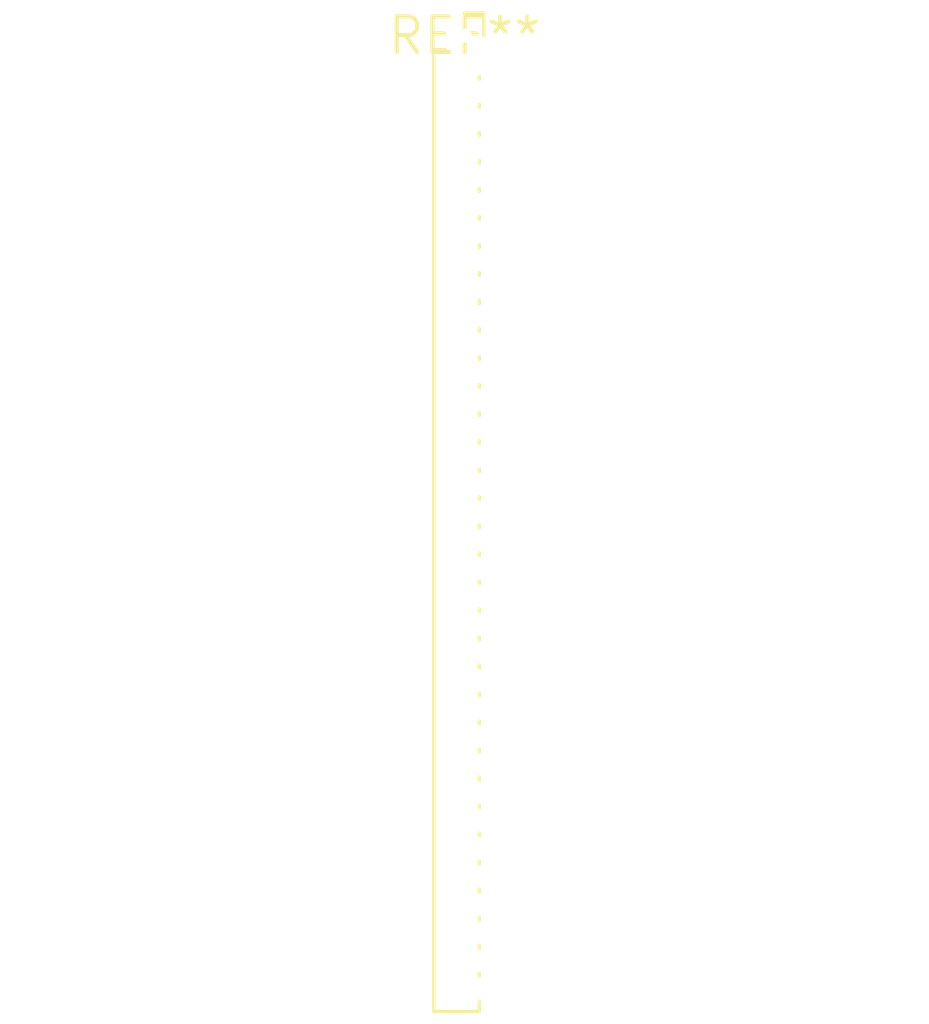
<source format=kicad_pcb>
(kicad_pcb (version 20240108) (generator pcbnew)
  (layers (0 "F.Cu" signal) (31 "B.Cu" signal) (34 "B.Paste" user) (35 "F.Paste" user) (36 "B.SilkS" user "B.Silkscreen") (37 "F.SilkS" user "F.Silkscreen") (38 "B.Mask" user) (39 "F.Mask" user) (44 "Edge.Cuts" user))
  (net 0 "")
  (footprint "PinSocket_1x35_P1.00mm_Vertical" (layer "F.Cu") (at 0 0)
    (property "Reference" "REF**")
    (property "Value" "PinSocket_1x35_P1.00mm_Vertical")
    (fp_line (start -1.1 0.5) (end -1.1 34.81) (layer "F.SilkS") (stroke (width 0.12)))
    (fp_line (start -1.1 0.5) (end -0.685 0.5) (layer "F.SilkS") (stroke (width 0.12)))
    (fp_line (start -1.1 34.81) (end 0.52 34.81) (layer "F.SilkS") (stroke (width 0.12)))
    (fp_line (start 0 -0.81) (end 0.685 -0.81) (layer "F.SilkS") (stroke (width 0.12)))
    (fp_line (start 0.52 1.445898) (end 0.52 1.554102) (layer "F.SilkS") (stroke (width 0.12)))
    (fp_line (start 0.52 2.445898) (end 0.52 2.554102) (layer "F.SilkS") (stroke (width 0.12)))
    (fp_line (start 0.52 3.445898) (end 0.52 3.554102) (layer "F.SilkS") (stroke (width 0.12)))
    (fp_line (start 0.52 4.445898) (end 0.52 4.554102) (layer "F.SilkS") (stroke (width 0.12)))
    (fp_line (start 0.52 5.445898) (end 0.52 5.554102) (layer "F.SilkS") (stroke (width 0.12)))
    (fp_line (start 0.52 6.445898) (end 0.52 6.554102) (layer "F.SilkS") (stroke (width 0.12)))
    (fp_line (start 0.52 7.445898) (end 0.52 7.554102) (layer "F.SilkS") (stroke (width 0.12)))
    (fp_line (start 0.52 8.445898) (end 0.52 8.554102) (layer "F.SilkS") (stroke (width 0.12)))
    (fp_line (start 0.52 9.445898) (end 0.52 9.554102) (layer "F.SilkS") (stroke (width 0.12)))
    (fp_line (start 0.52 10.445898) (end 0.52 10.554102) (layer "F.SilkS") (stroke (width 0.12)))
    (fp_line (start 0.52 11.445898) (end 0.52 11.554102) (layer "F.SilkS") (stroke (width 0.12)))
    (fp_line (start 0.52 12.445898) (end 0.52 12.554102) (layer "F.SilkS") (stroke (width 0.12)))
    (fp_line (start 0.52 13.445898) (end 0.52 13.554102) (layer "F.SilkS") (stroke (width 0.12)))
    (fp_line (start 0.52 14.445898) (end 0.52 14.554102) (layer "F.SilkS") (stroke (width 0.12)))
    (fp_line (start 0.52 15.445898) (end 0.52 15.554102) (layer "F.SilkS") (stroke (width 0.12)))
    (fp_line (start 0.52 16.445898) (end 0.52 16.554102) (layer "F.SilkS") (stroke (width 0.12)))
    (fp_line (start 0.52 17.445898) (end 0.52 17.554102) (layer "F.SilkS") (stroke (width 0.12)))
    (fp_line (start 0.52 18.445898) (end 0.52 18.554102) (layer "F.SilkS") (stroke (width 0.12)))
    (fp_line (start 0.52 19.445898) (end 0.52 19.554102) (layer "F.SilkS") (stroke (width 0.12)))
    (fp_line (start 0.52 20.445898) (end 0.52 20.554102) (layer "F.SilkS") (stroke (width 0.12)))
    (fp_line (start 0.52 21.445898) (end 0.52 21.554102) (layer "F.SilkS") (stroke (width 0.12)))
    (fp_line (start 0.52 22.445898) (end 0.52 22.554102) (layer "F.SilkS") (stroke (width 0.12)))
    (fp_line (start 0.52 23.445898) (end 0.52 23.554102) (layer "F.SilkS") (stroke (width 0.12)))
    (fp_line (start 0.52 24.445898) (end 0.52 24.554102) (layer "F.SilkS") (stroke (width 0.12)))
    (fp_line (start 0.52 25.445898) (end 0.52 25.554102) (layer "F.SilkS") (stroke (width 0.12)))
    (fp_line (start 0.52 26.445898) (end 0.52 26.554102) (layer "F.SilkS") (stroke (width 0.12)))
    (fp_line (start 0.52 27.445898) (end 0.52 27.554102) (layer "F.SilkS") (stroke (width 0.12)))
    (fp_line (start 0.52 28.445898) (end 0.52 28.554102) (layer "F.SilkS") (stroke (width 0.12)))
    (fp_line (start 0.52 29.445898) (end 0.52 29.554102) (layer "F.SilkS") (stroke (width 0.12)))
    (fp_line (start 0.52 30.445898) (end 0.52 30.554102) (layer "F.SilkS") (stroke (width 0.12)))
    (fp_line (start 0.52 31.445898) (end 0.52 31.554102) (layer "F.SilkS") (stroke (width 0.12)))
    (fp_line (start 0.52 32.445898) (end 0.52 32.554102) (layer "F.SilkS") (stroke (width 0.12)))
    (fp_line (start 0.52 33.445898) (end 0.52 33.554102) (layer "F.SilkS") (stroke (width 0.12)))
    (fp_line (start 0.52 34.445898) (end 0.52 34.81) (layer "F.SilkS") (stroke (width 0.12)))
    (fp_line (start 0.685 -0.81) (end 0.685 0) (layer "F.SilkS") (stroke (width 0.12)))
    (pad "1" thru_hole rect (at 0 0) (size 0.85 0.85) (drill 0.5) (layers *.Cu *.Mask) (remove_unused_layers))
    (pad "2" thru_hole oval (at 0 1) (size 0.85 0.85) (drill 0.5) (layers *.Cu *.Mask) (remove_unused_layers))
    (pad "3" thru_hole oval (at 0 2) (size 0.85 0.85) (drill 0.5) (layers *.Cu *.Mask) (remove_unused_layers))
    (pad "4" thru_hole oval (at 0 3) (size 0.85 0.85) (drill 0.5) (layers *.Cu *.Mask) (remove_unused_layers))
    (pad "5" thru_hole oval (at 0 4) (size 0.85 0.85) (drill 0.5) (layers *.Cu *.Mask) (remove_unused_layers))
    (pad "6" thru_hole oval (at 0 5) (size 0.85 0.85) (drill 0.5) (layers *.Cu *.Mask) (remove_unused_layers))
    (pad "7" thru_hole oval (at 0 6) (size 0.85 0.85) (drill 0.5) (layers *.Cu *.Mask) (remove_unused_layers))
    (pad "8" thru_hole oval (at 0 7) (size 0.85 0.85) (drill 0.5) (layers *.Cu *.Mask) (remove_unused_layers))
    (pad "9" thru_hole oval (at 0 8) (size 0.85 0.85) (drill 0.5) (layers *.Cu *.Mask) (remove_unused_layers))
    (pad "10" thru_hole oval (at 0 9) (size 0.85 0.85) (drill 0.5) (layers *.Cu *.Mask) (remove_unused_layers))
    (pad "11" thru_hole oval (at 0 10) (size 0.85 0.85) (drill 0.5) (layers *.Cu *.Mask) (remove_unused_layers))
    (pad "12" thru_hole oval (at 0 11) (size 0.85 0.85) (drill 0.5) (layers *.Cu *.Mask) (remove_unused_layers))
    (pad "13" thru_hole oval (at 0 12) (size 0.85 0.85) (drill 0.5) (layers *.Cu *.Mask) (remove_unused_layers))
    (pad "14" thru_hole oval (at 0 13) (size 0.85 0.85) (drill 0.5) (layers *.Cu *.Mask) (remove_unused_layers))
    (pad "15" thru_hole oval (at 0 14) (size 0.85 0.85) (drill 0.5) (layers *.Cu *.Mask) (remove_unused_layers))
    (pad "16" thru_hole oval (at 0 15) (size 0.85 0.85) (drill 0.5) (layers *.Cu *.Mask) (remove_unused_layers))
    (pad "17" thru_hole oval (at 0 16) (size 0.85 0.85) (drill 0.5) (layers *.Cu *.Mask) (remove_unused_layers))
    (pad "18" thru_hole oval (at 0 17) (size 0.85 0.85) (drill 0.5) (layers *.Cu *.Mask) (remove_unused_layers))
    (pad "19" thru_hole oval (at 0 18) (size 0.85 0.85) (drill 0.5) (layers *.Cu *.Mask) (remove_unused_layers))
    (pad "20" thru_hole oval (at 0 19) (size 0.85 0.85) (drill 0.5) (layers *.Cu *.Mask) (remove_unused_layers))
    (pad "21" thru_hole oval (at 0 20) (size 0.85 0.85) (drill 0.5) (layers *.Cu *.Mask) (remove_unused_layers))
    (pad "22" thru_hole oval (at 0 21) (size 0.85 0.85) (drill 0.5) (layers *.Cu *.Mask) (remove_unused_layers))
    (pad "23" thru_hole oval (at 0 22) (size 0.85 0.85) (drill 0.5) (layers *.Cu *.Mask) (remove_unused_layers))
    (pad "24" thru_hole oval (at 0 23) (size 0.85 0.85) (drill 0.5) (layers *.Cu *.Mask) (remove_unused_layers))
    (pad "25" thru_hole oval (at 0 24) (size 0.85 0.85) (drill 0.5) (layers *.Cu *.Mask) (remove_unused_layers))
    (pad "26" thru_hole oval (at 0 25) (size 0.85 0.85) (drill 0.5) (layers *.Cu *.Mask) (remove_unused_layers))
    (pad "27" thru_hole oval (at 0 26) (size 0.85 0.85) (drill 0.5) (layers *.Cu *.Mask) (remove_unused_layers))
    (pad "28" thru_hole oval (at 0 27) (size 0.85 0.85) (drill 0.5) (layers *.Cu *.Mask) (remove_unused_layers))
    (pad "29" thru_hole oval (at 0 28) (size 0.85 0.85) (drill 0.5) (layers *.Cu *.Mask) (remove_unused_layers))
    (pad "30" thru_hole oval (at 0 29) (size 0.85 0.85) (drill 0.5) (layers *.Cu *.Mask) (remove_unused_layers))
    (pad "31" thru_hole oval (at 0 30) (size 0.85 0.85) (drill 0.5) (layers *.Cu *.Mask) (remove_unused_layers))
    (pad "32" thru_hole oval (at 0 31) (size 0.85 0.85) (drill 0.5) (layers *.Cu *.Mask) (remove_unused_layers))
    (pad "33" thru_hole oval (at 0 32) (size 0.85 0.85) (drill 0.5) (layers *.Cu *.Mask) (remove_unused_layers))
    (pad "34" thru_hole oval (at 0 33) (size 0.85 0.85) (drill 0.5) (layers *.Cu *.Mask) (remove_unused_layers))
    (pad "35" thru_hole oval (at 0 34) (size 0.85 0.85) (drill 0.5) (layers *.Cu *.Mask) (remove_unused_layers))
  )
)
</source>
